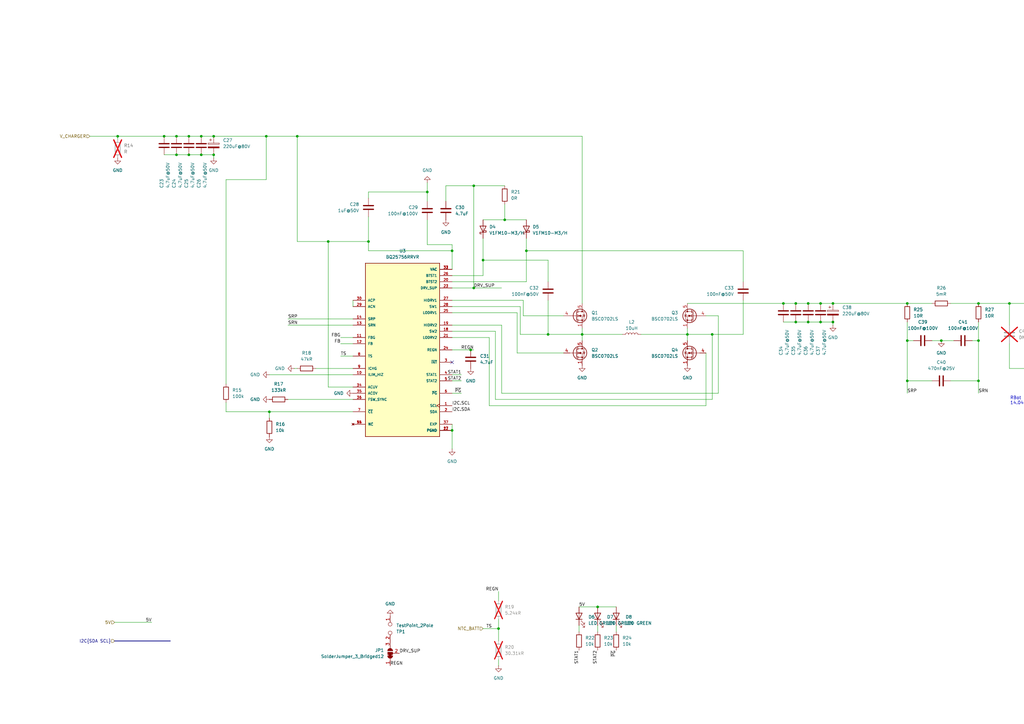
<source format=kicad_sch>
(kicad_sch (version 20231120) (generator "eeschema") (generator_version "8.0")
  (paper "A3")
  (lib_symbols
    (symbol "Connector:TestPoint_2Pole" (pin_names (offset 0.762) hide)
      (property "Reference" "TP" (at 0 1.524 0))
      (property "Value" "TestPoint_2Pole" (at 0 -1.778 0))
      (symbol "TestPoint_2Pole_0_1"
        (circle (center -1.778 0) (radius 0.762))
        (circle (center 1.778 0) (radius 0.762))
        (pin passive line (at -5.08 0 0) (length 2.54) (name "1") (number "1"))
        (pin passive line (at 5.08 0 180) (length 2.54) (name "2") (number "2"))
      )
    )
    (symbol "Device:C" (pin_numbers hide) (pin_names (offset 0.254))
      (property "Reference" "C" (at 0.635 2.54 0))
      (property "Value" "C" (at 0.635 -2.54 0))
      (symbol "C_0_1"
        (polyline (pts (xy -2.032 -0.762) (xy 2.032 -0.762)) (stroke (width 0.508)))
        (polyline (pts (xy -2.032 0.762) (xy 2.032 0.762)) (stroke (width 0.508)))
      )
      (symbol "C_1_1"
        (pin passive line (at 0 3.81 270) (length 2.794) (name "~") (number "1"))
        (pin passive line (at 0 -3.81 90) (length 2.794) (name "~") (number "2"))
      )
    )
    (symbol "Device:C_Polarized" (pin_numbers hide) (pin_names (offset 0.254))
      (property "Reference" "C" (at 0.635 2.54 0))
      (property "Value" "C_Polarized" (at 0.635 -2.54 0))
      (symbol "C_Polarized_0_1"
        (rectangle (start -2.286 0.508) (end 2.286 1.016))
        (polyline (pts (xy -1.778 2.286) (xy -0.762 2.286)))
        (polyline (pts (xy -1.27 2.794) (xy -1.27 1.778)))
        (rectangle (start 2.286 -0.508) (end -2.286 -1.016) (fill (type outline)))
      )
      (symbol "C_Polarized_1_1"
        (pin passive line (at 0 3.81 270) (length 2.794) (name "~") (number "1"))
        (pin passive line (at 0 -3.81 90) (length 2.794) (name "~") (number "2"))
      )
    )
    (symbol "Device:D_Schottky" (pin_numbers hide) (pin_names (offset 1.016) hide)
      (property "Reference" "D" (at 0 2.54 0))
      (property "Value" "D_Schottky" (at 0 -2.54 0))
      (symbol "D_Schottky_0_1"
        (polyline (pts (xy 1.27 0) (xy -1.27 0)))
        (polyline (pts (xy 1.27 1.27) (xy 1.27 -1.27) (xy -1.27 0) (xy 1.27 1.27)) (stroke (width 0.254)))
        (polyline (pts (xy -1.905 0.635) (xy -1.905 1.27) (xy -1.27 1.27) (xy -1.27 -1.27) (xy -0.635 -1.27) (xy -0.635 -0.635)) (stroke (width 0.254)))
      )
      (symbol "D_Schottky_1_1"
        (pin passive line (at -3.81 0 0) (length 2.54) (name "K") (number "1"))
        (pin passive line (at 3.81 0 180) (length 2.54) (name "A") (number "2"))
      )
    )
    (symbol "Device:L" (pin_numbers hide) (pin_names (offset 1.016) hide)
      (property "Reference" "L" (at -1.27 0 90))
      (property "Value" "L" (at 1.905 0 90))
      (symbol "L_0_1"
        (arc (start 0 -2.54) (mid 0.6323 -1.905) (end 0 -1.27))
        (arc (start 0 -1.27) (mid 0.6323 -0.635) (end 0 0))
        (arc (start 0 0) (mid 0.6323 0.635) (end 0 1.27))
        (arc (start 0 1.27) (mid 0.6323 1.905) (end 0 2.54))
      )
      (symbol "L_1_1"
        (pin passive line (at 0 3.81 270) (length 1.27) (name "1") (number "1"))
        (pin passive line (at 0 -3.81 90) (length 1.27) (name "2") (number "2"))
      )
    )
    (symbol "Device:LED" (pin_numbers hide) (pin_names (offset 1.016) hide)
      (property "Reference" "D" (at 0 2.54 0))
      (property "Value" "LED" (at 0 -2.54 0))
      (symbol "LED_0_1"
        (polyline (pts (xy -1.27 -1.27) (xy -1.27 1.27)) (stroke (width 0.254)))
        (polyline (pts (xy -1.27 0) (xy 1.27 0)))
        (polyline (pts (xy 1.27 -1.27) (xy 1.27 1.27) (xy -1.27 0) (xy 1.27 -1.27)) (stroke (width 0.254)))
        (polyline (pts (xy -3.048 -0.762) (xy -4.572 -2.286) (xy -3.81 -2.286) (xy -4.572 -2.286) (xy -4.572 -1.524)))
        (polyline (pts (xy -1.778 -0.762) (xy -3.302 -2.286) (xy -2.54 -2.286) (xy -3.302 -2.286) (xy -3.302 -1.524)))
      )
      (symbol "LED_1_1"
        (pin passive line (at -3.81 0 0) (length 2.54) (name "K") (number "1"))
        (pin passive line (at 3.81 0 180) (length 2.54) (name "A") (number "2"))
      )
    )
    (symbol "Device:R" (pin_numbers hide) (pin_names (offset 0))
      (property "Reference" "R" (at 2.032 0 90))
      (property "Value" "R" (at 0 0 90))
      (symbol "R_0_1"
        (rectangle (start -1.016 -2.54) (end 1.016 2.54) (stroke (width 0.254)))
      )
      (symbol "R_1_1"
        (pin passive line (at 0 3.81 270) (length 1.27) (name "~") (number "1"))
        (pin passive line (at 0 -3.81 90) (length 1.27) (name "~") (number "2"))
      )
    )
    (symbol "Jumper:SolderJumper_3_Bridged12" (pin_names (offset 0) hide) (exclude_from_sim yes) (in_bom no)
      (property "Reference" "JP" (at -2.54 -2.54 0))
      (property "Value" "SolderJumper_3_Bridged12" (at 0 2.794 0))
      (symbol "SolderJumper_3_Bridged12_0_1"
        (rectangle (start -1.016 0.508) (end -0.508 -0.508) (fill (type outline)))
        (arc (start -1.016 1.016) (mid -2.0276 0) (end -1.016 -1.016))
        (arc (start -1.016 1.016) (mid -2.0276 0) (end -1.016 -1.016) (fill (type outline)))
        (rectangle (start -0.508 1.016) (end 0.508 -1.016) (fill (type outline)))
        (polyline (pts (xy -2.54 0) (xy -2.032 0)))
        (polyline (pts (xy -1.016 1.016) (xy -1.016 -1.016)))
        (polyline (pts (xy 0 -1.27) (xy 0 -1.016)))
        (polyline (pts (xy 1.016 1.016) (xy 1.016 -1.016)))
        (polyline (pts (xy 2.54 0) (xy 2.032 0)))
        (arc (start 1.016 -1.016) (mid 2.0276 0) (end 1.016 1.016))
        (arc (start 1.016 -1.016) (mid 2.0276 0) (end 1.016 1.016) (fill (type outline)))
      )
      (symbol "SolderJumper_3_Bridged12_1_1"
        (pin passive line (at -5.08 0 0) (length 2.54) (name "A") (number "1"))
        (pin passive line (at 0 -3.81 90) (length 2.54) (name "C") (number "2"))
        (pin passive line (at 5.08 0 180) (length 2.54) (name "B") (number "3"))
      )
    )
    (symbol "Transistor_FET:BSC070N10NS3G" (pin_names hide)
      (property "Reference" "Q" (at 5.08 1.905 0))
      (property "Value" "BSC070N10NS3G" (at 5.08 0 0))
      (symbol "BSC070N10NS3G_0_1"
        (polyline (pts (xy 0.254 0) (xy -2.54 0)))
        (polyline (pts (xy 0.254 1.905) (xy 0.254 -1.905)) (stroke (width 0.254)))
        (polyline (pts (xy 0.762 -1.27) (xy 0.762 -2.286)) (stroke (width 0.254)))
        (polyline (pts (xy 0.762 0.508) (xy 0.762 -0.508)) (stroke (width 0.254)))
        (polyline (pts (xy 0.762 2.286) (xy 0.762 1.27)) (stroke (width 0.254)))
        (polyline (pts (xy 2.54 2.54) (xy 2.54 1.778)))
        (polyline (pts (xy 2.54 -2.54) (xy 2.54 0) (xy 0.762 0)))
        (polyline (pts (xy 0.762 -1.778) (xy 3.302 -1.778) (xy 3.302 1.778) (xy 0.762 1.778)))
        (polyline (pts (xy 1.016 0) (xy 2.032 0.381) (xy 2.032 -0.381) (xy 1.016 0)) (fill (type outline)))
        (polyline (pts (xy 2.794 0.508) (xy 2.921 0.381) (xy 3.683 0.381) (xy 3.81 0.254)))
        (polyline (pts (xy 3.302 0.381) (xy 2.921 -0.254) (xy 3.683 -0.254) (xy 3.302 0.381)))
        (circle (center 1.651 0) (radius 2.794) (stroke (width 0.254)))
        (circle (center 2.54 -1.778) (radius 0.254) (fill (type outline)))
        (circle (center 2.54 1.778) (radius 0.254) (fill (type outline)))
      )
      (symbol "BSC070N10NS3G_1_1"
        (pin passive line (at 2.54 -5.08 90) (length 2.54) (name "S") (number "1"))
        (pin passive line (at 2.54 -5.08 90) (length 2.54) hide (name "S") (number "2"))
        (pin passive line (at 2.54 -5.08 90) (length 2.54) hide (name "S") (number "3"))
        (pin passive line (at -5.08 0 0) (length 2.54) (name "G") (number "4"))
        (pin passive line (at 2.54 5.08 270) (length 2.54) (name "D") (number "5"))
      )
    )
    (symbol "local_CHARGER:BQ25756RRVR" (pin_names (offset 1.016))
      (property "Reference" "U" (at -15.24 36.322 0))
      (property "Value" "BQ25756RRVR" (at -15.24 -38.1 0))
      (symbol "BQ25756RRVR_0_0"
        (rectangle (start -15.24 -35.56) (end 15.24 35.56) (stroke (width 0.254)) (fill (type background)))
        (pin input clock (at 20.32 -22.86 180) (length 5.08) (name "SCL") (number "1"))
        (pin input line (at -20.32 -10.16 0) (length 5.08) (name "ILIM_HIZ") (number "10"))
        (pin input line (at -20.32 5.08 0) (length 5.08) (name "FBG") (number "11"))
        (pin input line (at -20.32 2.54 0) (length 5.08) (name "FB") (number "12"))
        (pin input line (at -20.32 10.16 0) (length 5.08) (name "SRN") (number "13"))
        (pin input line (at -20.32 12.7 0) (length 5.08) (name "SRP") (number "14"))
        (pin no_connect line (at -20.32 -30.48 0) (length 5.08) (name "NC") (number "15"))
        (pin no_connect line (at -20.32 -30.48 0) (length 5.08) (name "NC") (number "16"))
        (pin power_in line (at 20.32 -33.02 180) (length 5.08) (name "PGND") (number "17"))
        (pin output line (at 20.32 7.62 180) (length 5.08) (name "SW2") (number "18"))
        (pin output line (at 20.32 10.16 180) (length 5.08) (name "HIDRV2") (number "19"))
        (pin bidirectional line (at 20.32 -25.4 180) (length 5.08) (name "SDA") (number "2"))
        (pin power_in line (at 20.32 27.94 180) (length 5.08) (name "BTST2") (number "20"))
        (pin output line (at 20.32 5.08 180) (length 5.08) (name "LODRV2") (number "21"))
        (pin power_in line (at 20.32 -33.02 180) (length 5.08) (name "PGND") (number "22"))
        (pin power_in line (at 20.32 25.4 180) (length 5.08) (name "DRV_SUP") (number "23"))
        (pin output line (at 20.32 0 180) (length 5.08) (name "REGN") (number "24"))
        (pin output line (at 20.32 15.24 180) (length 5.08) (name "LODRV1") (number "25"))
        (pin power_in line (at 20.32 30.48 180) (length 5.08) (name "BTST1") (number "26"))
        (pin output line (at 20.32 20.32 180) (length 5.08) (name "HIDRV1") (number "27"))
        (pin output line (at 20.32 17.78 180) (length 5.08) (name "SW1") (number "28"))
        (pin input line (at -20.32 17.78 0) (length 5.08) (name "ACN") (number "29"))
        (pin output line (at 20.32 -5.08 180) (length 5.08) (name "~{INT}") (number "3"))
        (pin input line (at -20.32 20.32 0) (length 5.08) (name "ACP") (number "30"))
        (pin no_connect line (at -20.32 -30.48 0) (length 5.08) (name "NC") (number "31"))
        (pin power_in line (at 20.32 33.02 180) (length 5.08) (name "VAC") (number "32"))
        (pin power_in line (at 20.32 33.02 180) (length 5.08) (name "VAC") (number "33"))
        (pin input line (at -20.32 -15.24 0) (length 5.08) (name "ACUV") (number "34"))
        (pin input line (at -20.32 -17.78 0) (length 5.08) (name "ACOV") (number "35"))
        (pin input line (at -20.32 -20.32 0) (length 5.08) (name "FSW_SYNC") (number "36"))
        (pin power_in line (at 20.32 -30.48 180) (length 5.08) (name "EXP") (number "37"))
        (pin output line (at 20.32 -10.16 180) (length 5.08) (name "STAT1") (number "4"))
        (pin output line (at 20.32 -12.7 180) (length 5.08) (name "STAT2") (number "5"))
        (pin output line (at 20.32 -17.78 180) (length 5.08) (name "~{PG}") (number "6"))
        (pin bidirectional line (at -20.32 -25.4 0) (length 5.08) (name "~{CE}") (number "7"))
        (pin input line (at -20.32 -2.54 0) (length 5.08) (name "TS") (number "8"))
        (pin input line (at -20.32 -7.62 0) (length 5.08) (name "ICHG") (number "9"))
      )
    )
    (symbol "power:GND" (power) (pin_numbers hide) (pin_names (offset 0) hide)
      (property "Value" "GND" (at 0 -3.81 0))
      (symbol "GND_0_1"
        (polyline (pts (xy 0 0) (xy 0 -1.27) (xy 1.27 -1.27) (xy 0 -2.54) (xy -1.27 -1.27) (xy 0 -1.27)))
      )
      (symbol "GND_1_1"
        (pin power_in line (at 0 0 270) (length 0) (name "~") (number "1"))
      )
    )
  )
  (junction (at 336.55 132.08))
  (junction (at 445.77 124.46))
  (junction (at 326.39 124.46))
  (junction (at 82.55 63.5))
  (junction (at 450.85 124.46))
  (junction (at 372.11 124.46))
  (junction (at 207.01 90.17))
  (junction (at 326.39 132.08))
  (junction (at 215.9 102.87))
  (junction (at 193.04 143.51))
  (junction (at 204.47 257.81))
  (junction (at 121.92 55.88))
  (junction (at 194.31 118.11))
  (junction (at 48.26 55.88))
  (junction (at 386.08 139.7))
  (junction (at 440.69 124.46))
  (junction (at 109.22 55.88))
  (junction (at 72.39 55.88))
  (junction (at 450.85 132.08))
  (junction (at 151.13 99.06))
  (junction (at 110.49 168.91))
  (junction (at 331.47 124.46))
  (junction (at 336.55 124.46))
  (junction (at 87.63 63.5))
  (junction (at 185.42 102.87))
  (junction (at 77.47 63.5))
  (junction (at 245.11 248.92))
  (junction (at 175.26 78.74))
  (junction (at 185.42 176.53))
  (junction (at 455.93 124.46))
  (junction (at 422.91 124.46))
  (junction (at 401.32 139.7))
  (junction (at 87.63 55.88))
  (junction (at 198.12 106.68))
  (junction (at 331.47 132.08))
  (junction (at 77.47 55.88))
  (junction (at 461.01 132.08))
  (junction (at 224.79 137.16))
  (junction (at 445.77 132.08))
  (junction (at 466.09 124.46))
  (junction (at 292.1 137.16))
  (junction (at 401.32 156.21))
  (junction (at 238.76 137.16))
  (junction (at 422.91 151.13))
  (junction (at 401.32 124.46))
  (junction (at 281.94 137.16))
  (junction (at 341.63 132.08))
  (junction (at 414.02 124.46))
  (junction (at 194.31 76.2))
  (junction (at 82.55 55.88))
  (junction (at 134.62 99.06))
  (junction (at 372.11 156.21))
  (junction (at 321.31 124.46))
  (junction (at 422.91 138.43))
  (junction (at 341.63 124.46))
  (junction (at 67.31 55.88))
  (junction (at 372.11 139.7))
  (junction (at 72.39 63.5))
  (junction (at 455.93 132.08))
  (no_connect (at 185.42 148.59))
  (wire (pts (xy 321.31 124.46) (xy 326.39 124.46)))
  (wire (pts (xy 401.32 139.7) (xy 401.32 132.08)))
  (wire (pts (xy 48.26 55.88) (xy 48.26 57.15)))
  (wire (pts (xy 294.64 161.29) (xy 294.64 129.54)))
  (wire (pts (xy 185.42 161.29) (xy 189.23 161.29)))
  (wire (pts (xy 433.07 140.97) (xy 433.07 138.43)))
  (wire (pts (xy 48.26 55.88) (xy 67.31 55.88)))
  (wire (pts (xy 198.12 90.17) (xy 207.01 90.17)))
  (wire (pts (xy 292.1 163.83) (xy 292.1 137.16)))
  (wire (pts (xy 445.77 132.08) (xy 450.85 132.08)))
  (wire (pts (xy 389.89 156.21) (xy 401.32 156.21)))
  (wire (pts (xy 120.65 151.13) (xy 121.92 151.13)))
  (wire (pts (xy 289.56 144.78) (xy 289.56 166.37)))
  (wire (pts (xy 331.47 124.46) (xy 336.55 124.46)))
  (wire (pts (xy 200.66 138.43) (xy 185.42 138.43)))
  (wire (pts (xy 204.47 257.81) (xy 204.47 262.89)))
  (wire (pts (xy 292.1 137.16) (xy 281.94 137.16)))
  (wire (pts (xy 92.71 168.91) (xy 110.49 168.91)))
  (wire (pts (xy 414.02 124.46) (xy 414.02 133.35)))
  (wire (pts (xy 139.7 146.05) (xy 144.78 146.05)))
  (wire (pts (xy 92.71 73.66) (xy 109.22 73.66)))
  (wire (pts (xy 36.83 55.88) (xy 48.26 55.88)))
  (wire (pts (xy 461.01 132.08) (xy 466.09 132.08)))
  (wire (pts (xy 110.49 153.67) (xy 144.78 153.67)))
  (wire (pts (xy 433.07 151.13) (xy 422.91 151.13)))
  (wire (pts (xy 134.62 99.06) (xy 151.13 99.06)))
  (wire (pts (xy 185.42 123.19) (xy 214.63 123.19)))
  (bus (pts (xy 46.99 262.89) (xy 69.85 262.89)))
  (wire (pts (xy 151.13 78.74) (xy 175.26 78.74)))
  (wire (pts (xy 304.8 115.57) (xy 304.8 102.87)))
  (wire (pts (xy 238.76 137.16) (xy 238.76 139.7)))
  (wire (pts (xy 121.92 99.06) (xy 134.62 99.06)))
  (wire (pts (xy 237.49 256.54) (xy 237.49 259.08)))
  (wire (pts (xy 382.27 156.21) (xy 372.11 156.21)))
  (wire (pts (xy 224.79 106.68) (xy 198.12 106.68)))
  (wire (pts (xy 433.07 148.59) (xy 433.07 151.13)))
  (wire (pts (xy 212.09 128.27) (xy 212.09 144.78)))
  (wire (pts (xy 262.89 137.16) (xy 281.94 137.16)))
  (wire (pts (xy 204.47 242.57) (xy 204.47 246.38)))
  (wire (pts (xy 422.91 148.59) (xy 422.91 151.13)))
  (wire (pts (xy 224.79 137.16) (xy 238.76 137.16)))
  (wire (pts (xy 372.11 156.21) (xy 372.11 139.7)))
  (wire (pts (xy 185.42 125.73) (xy 213.36 125.73)))
  (wire (pts (xy 185.42 156.21) (xy 189.23 156.21)))
  (wire (pts (xy 212.09 144.78) (xy 231.14 144.78)))
  (wire (pts (xy 304.8 102.87) (xy 215.9 102.87)))
  (wire (pts (xy 118.11 133.35) (xy 144.78 133.35)))
  (wire (pts (xy 185.42 153.67) (xy 189.23 153.67)))
  (wire (pts (xy 422.91 138.43) (xy 422.91 140.97)))
  (wire (pts (xy 92.71 165.1) (xy 92.71 168.91)))
  (wire (pts (xy 198.12 257.81) (xy 204.47 257.81)))
  (wire (pts (xy 110.49 168.91) (xy 144.78 168.91)))
  (wire (pts (xy 389.89 124.46) (xy 401.32 124.46)))
  (wire (pts (xy 440.69 132.08) (xy 445.77 132.08)))
  (wire (pts (xy 151.13 102.87) (xy 185.42 102.87)))
  (wire (pts (xy 77.47 63.5) (xy 82.55 63.5)))
  (wire (pts (xy 213.36 125.73) (xy 213.36 137.16)))
  (wire (pts (xy 185.42 110.49) (xy 185.42 102.87)))
  (wire (pts (xy 204.47 273.05) (xy 204.47 270.51)))
  (wire (pts (xy 213.36 137.16) (xy 224.79 137.16)))
  (wire (pts (xy 62.23 255.27) (xy 46.99 255.27)))
  (wire (pts (xy 182.88 76.2) (xy 194.31 76.2)))
  (wire (pts (xy 245.11 256.54) (xy 245.11 259.08)))
  (wire (pts (xy 144.78 158.75) (xy 134.62 158.75)))
  (wire (pts (xy 455.93 124.46) (xy 466.09 124.46)))
  (wire (pts (xy 151.13 88.9) (xy 151.13 99.06)))
  (wire (pts (xy 194.31 118.11) (xy 205.74 118.11)))
  (wire (pts (xy 185.42 135.89) (xy 203.2 135.89)))
  (wire (pts (xy 281.94 124.46) (xy 321.31 124.46)))
  (wire (pts (xy 175.26 78.74) (xy 175.26 82.55)))
  (wire (pts (xy 185.42 176.53) (xy 185.42 184.15)))
  (wire (pts (xy 207.01 83.82) (xy 207.01 90.17)))
  (wire (pts (xy 198.12 113.03) (xy 185.42 113.03)))
  (wire (pts (xy 185.42 102.87) (xy 185.42 100.33)))
  (wire (pts (xy 336.55 132.08) (xy 341.63 132.08)))
  (wire (pts (xy 182.88 82.55) (xy 182.88 76.2)))
  (wire (pts (xy 121.92 55.88) (xy 121.92 99.06)))
  (wire (pts (xy 87.63 55.88) (xy 109.22 55.88)))
  (wire (pts (xy 237.49 248.92) (xy 245.11 248.92)))
  (wire (pts (xy 109.22 73.66) (xy 109.22 55.88)))
  (wire (pts (xy 144.78 123.19) (xy 144.78 125.73)))
  (wire (pts (xy 194.31 118.11) (xy 194.31 76.2)))
  (wire (pts (xy 198.12 106.68) (xy 198.12 113.03)))
  (wire (pts (xy 72.39 55.88) (xy 77.47 55.88)))
  (wire (pts (xy 289.56 166.37) (xy 200.66 166.37)))
  (wire (pts (xy 198.12 97.79) (xy 198.12 106.68)))
  (wire (pts (xy 92.71 157.48) (xy 92.71 73.66)))
  (wire (pts (xy 331.47 132.08) (xy 336.55 132.08)))
  (wire (pts (xy 139.7 138.43) (xy 144.78 138.43)))
  (wire (pts (xy 326.39 132.08) (xy 331.47 132.08)))
  (wire (pts (xy 372.11 124.46) (xy 382.27 124.46)))
  (wire (pts (xy 77.47 55.88) (xy 82.55 55.88)))
  (wire (pts (xy 433.07 138.43) (xy 422.91 138.43)))
  (wire (pts (xy 336.55 124.46) (xy 341.63 124.46)))
  (wire (pts (xy 401.32 124.46) (xy 414.02 124.46)))
  (wire (pts (xy 414.02 124.46) (xy 422.91 124.46)))
  (wire (pts (xy 67.31 55.88) (xy 72.39 55.88)))
  (wire (pts (xy 252.73 256.54) (xy 252.73 259.08)))
  (wire (pts (xy 401.32 156.21) (xy 401.32 161.29)))
  (wire (pts (xy 450.85 132.08) (xy 455.93 132.08)))
  (wire (pts (xy 281.94 134.62) (xy 281.94 137.16)))
  (wire (pts (xy 214.63 129.54) (xy 231.14 129.54)))
  (wire (pts (xy 341.63 132.08) (xy 341.63 133.35)))
  (wire (pts (xy 175.26 100.33) (xy 175.26 90.17)))
  (wire (pts (xy 134.62 158.75) (xy 134.62 99.06)))
  (wire (pts (xy 281.94 137.16) (xy 281.94 139.7)))
  (wire (pts (xy 185.42 100.33) (xy 175.26 100.33)))
  (wire (pts (xy 398.78 139.7) (xy 401.32 139.7)))
  (wire (pts (xy 414.02 151.13) (xy 422.91 151.13)))
  (wire (pts (xy 193.04 143.51) (xy 194.31 143.51)))
  (wire (pts (xy 466.09 124.46) (xy 478.79 124.46)))
  (wire (pts (xy 224.79 123.19) (xy 224.79 137.16)))
  (wire (pts (xy 215.9 102.87) (xy 215.9 97.79)))
  (wire (pts (xy 67.31 63.5) (xy 72.39 63.5)))
  (wire (pts (xy 238.76 124.46) (xy 238.76 55.88)))
  (wire (pts (xy 414.02 140.97) (xy 414.02 151.13)))
  (wire (pts (xy 445.77 124.46) (xy 450.85 124.46)))
  (wire (pts (xy 185.42 173.99) (xy 185.42 176.53)))
  (wire (pts (xy 185.42 133.35) (xy 205.74 133.35)))
  (wire (pts (xy 224.79 115.57) (xy 224.79 106.68)))
  (wire (pts (xy 205.74 133.35) (xy 205.74 161.29)))
  (wire (pts (xy 326.39 124.46) (xy 331.47 124.46)))
  (wire (pts (xy 185.42 115.57) (xy 215.9 115.57)))
  (wire (pts (xy 245.11 248.92) (xy 252.73 248.92)))
  (wire (pts (xy 82.55 63.5) (xy 87.63 63.5)))
  (wire (pts (xy 304.8 137.16) (xy 292.1 137.16)))
  (wire (pts (xy 109.22 55.88) (xy 121.92 55.88)))
  (wire (pts (xy 151.13 99.06) (xy 151.13 102.87)))
  (wire (pts (xy 238.76 137.16) (xy 255.27 137.16)))
  (wire (pts (xy 422.91 132.08) (xy 422.91 138.43)))
  (wire (pts (xy 238.76 134.62) (xy 238.76 137.16)))
  (wire (pts (xy 214.63 123.19) (xy 214.63 129.54)))
  (wire (pts (xy 455.93 132.08) (xy 461.01 132.08)))
  (wire (pts (xy 185.42 118.11) (xy 194.31 118.11)))
  (wire (pts (xy 450.85 124.46) (xy 455.93 124.46)))
  (wire (pts (xy 82.55 55.88) (xy 87.63 55.88)))
  (wire (pts (xy 121.92 55.88) (xy 238.76 55.88)))
  (wire (pts (xy 175.26 74.93) (xy 175.26 78.74)))
  (wire (pts (xy 321.31 132.08) (xy 326.39 132.08)))
  (wire (pts (xy 118.11 163.83) (xy 144.78 163.83)))
  (wire (pts (xy 215.9 115.57) (xy 215.9 102.87)))
  (wire (pts (xy 185.42 128.27) (xy 212.09 128.27)))
  (wire (pts (xy 204.47 254) (xy 204.47 257.81)))
  (wire (pts (xy 203.2 135.89) (xy 203.2 163.83)))
  (wire (pts (xy 207.01 90.17) (xy 215.9 90.17)))
  (wire (pts (xy 203.2 163.83) (xy 292.1 163.83)))
  (wire (pts (xy 205.74 161.29) (xy 294.64 161.29)))
  (wire (pts (xy 110.49 168.91) (xy 110.49 171.45)))
  (wire (pts (xy 422.91 124.46) (xy 440.69 124.46)))
  (wire (pts (xy 129.54 151.13) (xy 144.78 151.13)))
  (wire (pts (xy 386.08 139.7) (xy 382.27 139.7)))
  (wire (pts (xy 118.11 130.81) (xy 144.78 130.81)))
  (wire (pts (xy 139.7 140.97) (xy 144.78 140.97)))
  (wire (pts (xy 185.42 143.51) (xy 193.04 143.51)))
  (wire (pts (xy 401.32 156.21) (xy 401.32 139.7)))
  (wire (pts (xy 422.91 151.13) (xy 422.91 156.21)))
  (wire (pts (xy 294.64 129.54) (xy 289.56 129.54)))
  (wire (pts (xy 461.01 132.08) (xy 461.01 133.35)))
  (wire (pts (xy 194.31 76.2) (xy 207.01 76.2)))
  (wire (pts (xy 72.39 63.5) (xy 77.47 63.5)))
  (wire (pts (xy 200.66 166.37) (xy 200.66 138.43)))
  (wire (pts (xy 341.63 124.46) (xy 372.11 124.46)))
  (wire (pts (xy 374.65 139.7) (xy 372.11 139.7)))
  (wire (pts (xy 304.8 123.19) (xy 304.8 137.16)))
  (wire (pts (xy 151.13 81.28) (xy 151.13 78.74)))
  (wire (pts (xy 391.16 139.7) (xy 386.08 139.7)))
  (wire (pts (xy 440.69 124.46) (xy 445.77 124.46)))
  (wire (pts (xy 372.11 156.21) (xy 372.11 161.29)))
  (wire (pts (xy 87.63 63.5) (xy 87.63 64.77)))
  (wire (pts (xy 372.11 139.7) (xy 372.11 132.08)))
  (text "RBot = 14.04 kOhms gives 4.12V cell end voltage.\n14.04 = 220k and 15k in parallel" (at 414.274 164.338 0) (effects (font (size 1.27 1.27)) (justify left)))
  (label "TS" (at 139.7 146.05 0))
  (label "REGN" (at 160.02 273.05 0))
  (label "SRP" (at 118.11 130.81 0))
  (label "STAT1" (at 189.23 153.67 180))
  (label "5V" (at 62.23 255.27 180))
  (label "REGN" (at 194.31 143.51 180))
  (label "FB" (at 139.7 140.97 180))
  (label "SRP" (at 372.11 161.29 0))
  (label "DRV_SUP" (at 194.31 118.11 0))
  (label "TS" (at 199.39 257.81 0))
  (label "5V" (at 237.49 248.92 0))
  (label "I2C.SDA" (at 185.42 168.91 0))
  (label "SRN" (at 118.11 133.35 0))
  (label "STAT2" (at 189.23 156.21 180))
  (label "~{PG}" (at 252.73 266.7 270))
  (label "STAT2" (at 245.11 266.7 270))
  (label "~{PG}" (at 189.23 161.29 180))
  (label "FB" (at 422.91 135.89 0))
  (label "STAT1" (at 237.49 266.7 270))
  (label "I2C.SCL" (at 185.42 166.37 0))
  (label "DRV_SUP" (at 163.83 267.97 0))
  (label "FBG" (at 422.91 156.21 0))
  (label "REGN" (at 204.47 242.57 180))
  (label "FBG" (at 139.7 138.43 180))
  (label "SRN" (at 401.32 161.29 0))
  (hierarchical_label "5V" (shape input) (at 46.99 255.27 180))
  (hierarchical_label "V_BATT_CHARGE" (shape output) (at 478.79 124.46 0))
  (hierarchical_label "NTC_BATT" (shape input) (at 198.12 257.81 180))
  (hierarchical_label "I2C{SDA SCL}" (shape input) (at 46.99 262.89 180))
  (hierarchical_label "V_CHARGER" (shape input) (at 36.83 55.88 180))
  (symbol (lib_id "local_CHARGER:BQ25756RRVR") (at 165.1 143.51 0) (unit 1)
    (property "Reference" "U3" (at 165.1 102.87 0))
    (property "Value" "BQ25756RRVR" (at 165.1 105.41 0))
    (property "Footprint" "local_CHARGER:BQ25756RRVR" (effects (hide yes)))
    (property "Datasheet" "https://www.ti.com/lit/ds/symlink/bq25756.pdf" (effects (hide yes)))
    (property "MF" "Texas Instruments" (effects (hide yes)))
    (property "MAXIMUM_PACKAGE_HEIGHT" "1.00mm" (effects (hide yes)))
    (property "Package" "VFQFN-36 Texas Instruments" (effects (hide yes)))
    (property "Price" "None" (effects (hide yes)))
    (property "Check_prices" "https://www.snapeda.com/parts/BQ25756RRVR/Texas+Instruments/view-part/?ref=eda" (effects (hide yes)))
    (property "STANDARD" "Manufacturer Recommendations" (effects (hide yes)))
    (property "PARTREV" "August 2023" (effects (hide yes)))
    (property "SnapEDA_Link" "https://www.snapeda.com/parts/BQ25756RRVR/Texas+Instruments/view-part/?ref=snap" (effects (hide yes)))
    (property "MP" "BQ25756RRVR" (effects (hide yes)))
    (property "Purchase-URL" "https://www.snapeda.com/api/url_track_click_mouser/?unipart_id=14913022&manufacturer=Texas Instruments&part_name=BQ25756RRVR&search_term=bq25756rrvr" (effects (hide yes)))
    (property "Description_1" "\nStand-alone or I&sup2;C-controlled 70-V bidirectional buck-boost charge controller with MPPT\n" (effects (hide yes)))
    (property "Availability" "In Stock" (effects (hide yes)))
    (property "MANUFACTURER" "Texas Instruments" (effects (hide yes)))
    (property "JLC" "C19272232" (effects (hide yes)))
  )
  (symbol (lib_id "Device:C") (at 378.46 139.7 270) (mirror x) (unit 1)
    (property "Reference" "C39" (at 378.46 132.08 90))
    (property "Value" "100nF@100V" (at 378.46 134.62 90))
    (property "Footprint" "Capacitor_SMD:C_0805_2012Metric" (effects (hide yes)))
    (property "Description" "Unpolarized capacitor" (effects (hide yes)))
    (property "JLC" "C28233" (effects (hide yes)))
  )
  (symbol (lib_id "Device:C") (at 386.08 156.21 90) (unit 1)
    (property "Reference" "C40" (at 386.08 148.59 90))
    (property "Value" "470nF@25V" (at 386.08 151.13 90))
    (property "Footprint" "Capacitor_SMD:C_0603_1608Metric" (effects (hide yes)))
    (property "Description" "Unpolarized capacitor" (effects (hide yes)))
    (property "JLC" "C1623" (effects (hide yes)))
  )
  (symbol (lib_id "Device:C") (at 445.77 128.27 0) (unit 1)
    (property "Reference" "C44" (at 444.754 145.796 90) (effects (justify left)))
    (property "Value" "4.7uF@50V" (at 447.294 145.796 90) (effects (justify left)))
    (property "Footprint" "Capacitor_SMD:C_1206_3216Metric" (effects (hide yes)))
    (property "Description" "Unpolarized capacitor" (effects (hide yes)))
    (property "JLC" "C29823" (effects (hide yes)))
  )
  (symbol (lib_id "Device:C") (at 394.97 139.7 270) (mirror x) (unit 1)
    (property "Reference" "C41" (at 394.97 132.08 90))
    (property "Value" "100nF@100V" (at 394.97 134.62 90))
    (property "Footprint" "Capacitor_SMD:C_0805_2012Metric" (effects (hide yes)))
    (property "Description" "Unpolarized capacitor" (effects (hide yes)))
    (property "JLC" "C28233" (effects (hide yes)))
  )
  (symbol (lib_id "Device:LED") (at 245.11 252.73 90) (unit 1)
    (property "Reference" "D7" (at 248.92 253.0474 90) (effects (justify right)))
    (property "Value" "LED GREEN" (at 248.92 255.5874 90) (effects (justify right)))
    (property "Footprint" "LED_SMD:LED_0805_2012Metric" (effects (hide yes)))
    (property "Description" "Light emitting diode" (effects (hide yes)))
    (property "JLC" "C2297" (effects (hide yes)))
  )
  (symbol (lib_id "Device:LED") (at 252.73 252.73 90) (unit 1)
    (property "Reference" "D8" (at 256.54 253.0474 90) (effects (justify right)))
    (property "Value" "LED GREEN" (at 256.54 255.5874 90) (effects (justify right)))
    (property "Footprint" "LED_SMD:LED_0805_2012Metric" (effects (hide yes)))
    (property "Description" "Light emitting diode" (effects (hide yes)))
    (property "JLC" "C2297" (effects (hide yes)))
  )
  (symbol (lib_id "Device:C_Polarized") (at 341.63 128.27 0) (unit 1)
    (property "Reference" "C38" (at 345.44 126.1109 0) (effects (justify left)))
    (property "Value" "220uF@80V" (at 345.44 128.6509 0) (effects (justify left)))
    (property "Footprint" "Capacitor_THT:CP_Radial_D10.0mm_P5.00mm" (effects (hide yes)))
    (property "Description" "Polarized capacitor" (effects (hide yes)))
    (property "JLC" "C106516" (effects (hide yes)))
  )
  (symbol (lib_id "Device:R") (at 422.91 144.78 0) (unit 1)
    (property "Reference" "R29" (at 425.45 143.5099 0) (effects (justify left)))
    (property "Value" "220kR 0.1%" (at 425.45 146.0499 0) (effects (justify left)))
    (property "Footprint" "Resistor_SMD:R_0603_1608Metric" (effects (hide yes)))
    (property "Description" "Resistor" (effects (hide yes)))
    (property "JLC" "C861231" (effects (hide yes)))
  )
  (symbol (lib_id "power:GND") (at 110.49 163.83 270) (unit 1)
    (property "Reference" "#PWR033" (effects (hide yes)))
    (property "Value" "GND" (at 106.68 163.8299 90) (effects (justify right)))
    (property "Description" "Power symbol creates a global label with name \"GND\" , ground" (effects (hide yes)))
  )
  (symbol (lib_id "power:GND") (at 204.47 273.05 0) (unit 1)
    (property "Reference" "#PWR042" (effects (hide yes)))
    (property "Value" "GND" (at 204.47 278.13 0))
    (property "Description" "Power symbol creates a global label with name \"GND\" , ground" (effects (hide yes)))
  )
  (symbol (lib_id "Device:R") (at 252.73 262.89 0) (unit 1)
    (property "Reference" "R24" (at 255.27 261.6199 0) (effects (justify left)))
    (property "Value" "10k" (at 255.27 264.1599 0) (effects (justify left)))
    (property "Footprint" "Resistor_SMD:R_0402_1005Metric" (effects (hide yes)))
    (property "Description" "Resistor" (effects (hide yes)))
    (property "JLC" "C25744" (effects (hide yes)))
  )
  (symbol (lib_id "power:GND") (at 110.49 179.07 0) (unit 1)
    (property "Reference" "#PWR034" (effects (hide yes)))
    (property "Value" "GND" (at 110.49 184.15 0))
    (property "Description" "Power symbol creates a global label with name \"GND\" , ground" (effects (hide yes)))
  )
  (symbol (lib_id "Device:LED") (at 237.49 252.73 90) (unit 1)
    (property "Reference" "D6" (at 241.3 253.0474 90) (effects (justify right)))
    (property "Value" "LED GREEN" (at 241.3 255.5874 90) (effects (justify right)))
    (property "Footprint" "LED_SMD:LED_0805_2012Metric" (effects (hide yes)))
    (property "Description" "Light emitting diode" (effects (hide yes)))
    (property "JLC" "C2297" (effects (hide yes)))
  )
  (symbol (lib_id "power:GND") (at 182.88 90.17 0) (unit 1)
    (property "Reference" "#PWR039" (effects (hide yes)))
    (property "Value" "GND" (at 182.88 95.25 0))
    (property "Description" "Power symbol creates a global label with name \"GND\" , ground" (effects (hide yes)))
  )
  (symbol (lib_id "Device:R") (at 401.32 128.27 0) (unit 1)
    (property "Reference" "R27" (at 403.86 126.9999 0) (effects (justify left)))
    (property "Value" "10R" (at 403.86 129.5399 0) (effects (justify left)))
    (property "Footprint" "Resistor_SMD:R_0402_1005Metric" (effects (hide yes)))
    (property "Description" "Resistor" (effects (hide yes)))
    (property "JLC" "C25077" (effects (hide yes)))
  )
  (symbol (lib_id "Transistor_FET:BSC070N10NS3G") (at 236.22 144.78 0) (unit 1)
    (property "Reference" "Q2" (at 242.57 143.5099 0) (effects (justify left)))
    (property "Value" "BSC0702LS" (at 242.57 146.0499 0) (effects (justify left)))
    (property "Footprint" "Package_TO_SOT_SMD:TDSON-8-1" (effects (hide yes)))
    (property "JLC" "C501503" (effects (hide yes)))
  )
  (symbol (lib_id "power:GND") (at 120.65 151.13 270) (unit 1)
    (property "Reference" "#PWR035" (effects (hide yes)))
    (property "Value" "GND" (at 116.84 151.1299 90) (effects (justify right)))
    (property "Description" "Power symbol creates a global label with name \"GND\" , ground" (effects (hide yes)))
  )
  (symbol (lib_id "Device:C") (at 304.8 119.38 0) (mirror x) (unit 1)
    (property "Reference" "C33" (at 300.99 118.1099 0) (effects (justify right)))
    (property "Value" "100nF@50V" (at 300.99 120.6499 0) (effects (justify right)))
    (property "Footprint" "Capacitor_SMD:C_0402_1005Metric" (effects (hide yes)))
    (property "Description" "Unpolarized capacitor" (effects (hide yes)))
    (property "JLC" "C307331" (effects (hide yes)))
    (property "LCSC" "C307331" (effects (hide yes)))
  )
  (symbol (lib_id "power:GND") (at 48.26 64.77 0) (unit 1)
    (property "Reference" "#PWR030" (effects (hide yes)))
    (property "Value" "GND" (at 48.26 69.85 0))
    (property "Description" "Power symbol creates a global label with name \"GND\" , ground" (effects (hide yes)))
  )
  (symbol (lib_id "Device:R") (at 433.07 144.78 0) (unit 1)
    (property "Reference" "R30" (at 435.61 143.5099 0) (effects (justify left)))
    (property "Value" "15k 0.1%" (at 435.61 146.0499 0) (effects (justify left)))
    (property "Footprint" "Resistor_SMD:R_0603_1608Metric" (effects (hide yes)))
    (property "Description" "Resistor" (effects (hide yes)))
    (property "JLC" "C2692707" (effects (hide yes)))
  )
  (symbol (lib_id "Device:C") (at 336.55 128.27 0) (unit 1)
    (property "Reference" "C37" (at 335.534 145.796 90) (effects (justify left)))
    (property "Value" "4.7uF@50V" (at 338.074 145.796 90) (effects (justify left)))
    (property "Footprint" "Capacitor_SMD:C_1206_3216Metric" (effects (hide yes)))
    (property "Description" "Unpolarized capacitor" (effects (hide yes)))
    (property "JLC" "C29823" (effects (hide yes)))
  )
  (symbol (lib_id "Device:C") (at 77.47 59.69 0) (unit 1)
    (property "Reference" "C25" (at 76.454 77.216 90) (effects (justify left)))
    (property "Value" "4.7uF@50V" (at 78.994 77.216 90) (effects (justify left)))
    (property "Footprint" "Capacitor_SMD:C_1206_3216Metric" (effects (hide yes)))
    (property "Description" "Unpolarized capacitor" (effects (hide yes)))
    (property "JLC" "C29823" (effects (hide yes)))
  )
  (symbol (lib_id "Transistor_FET:BSC070N10NS3G") (at 284.48 129.54 0) (mirror y) (unit 1)
    (property "Reference" "Q3" (at 278.13 128.2699 0) (effects (justify left)))
    (property "Value" "BSC0702LS" (at 278.13 130.8099 0) (effects (justify left)))
    (property "Footprint" "Package_TO_SOT_SMD:TDSON-8-1" (effects (hide yes)))
    (property "JLC" "C501503" (effects (hide yes)))
  )
  (symbol (lib_id "power:GND") (at 144.78 161.29 270) (unit 1)
    (property "Reference" "#PWR036" (effects (hide yes)))
    (property "Value" "GND" (at 140.97 161.2899 90) (effects (justify right)))
    (property "Description" "Power symbol creates a global label with name \"GND\" , ground" (effects (hide yes)))
  )
  (symbol (lib_id "power:GND") (at 110.49 153.67 270) (unit 1)
    (property "Reference" "#PWR032" (effects (hide yes)))
    (property "Value" "GND" (at 106.68 153.6699 90) (effects (justify right)))
    (property "Description" "Power symbol creates a global label with name \"GND\" , ground" (effects (hide yes)))
  )
  (symbol (lib_id "Device:R") (at 422.91 128.27 0) (unit 1)
    (property "Reference" "R28" (at 425.45 126.9999 0) (effects (justify left)))
    (property "Value" "249kR 0.1%" (at 425.45 129.5399 0) (effects (justify left)))
    (property "Footprint" "Resistor_SMD:R_0603_1608Metric" (effects (hide yes)))
    (property "Description" "Resistor" (effects (hide yes)))
    (property "JLC" "C705752" (effects (hide yes)))
  )
  (symbol (lib_id "Device:R") (at 204.47 266.7 0) (unit 1) (dnp yes)
    (property "Reference" "R20" (at 207.01 265.4299 0) (effects (justify left)))
    (property "Value" "30.31kR" (at 207.01 267.9699 0) (effects (justify left)))
    (property "Footprint" "Resistor_SMD:R_0603_1608Metric" (effects (hide yes)))
    (property "Description" "Resistor" (effects (hide yes)))
  )
  (symbol (lib_id "Device:C") (at 175.26 86.36 0) (mirror x) (unit 1)
    (property "Reference" "C29" (at 171.45 85.0899 0) (effects (justify right)))
    (property "Value" "100nF@100V" (at 171.45 87.6299 0) (effects (justify right)))
    (property "Footprint" "Capacitor_SMD:C_0805_2012Metric" (effects (hide yes)))
    (property "Description" "Unpolarized capacitor" (effects (hide yes)))
    (property "JLC" "C28233" (effects (hide yes)))
  )
  (symbol (lib_id "power:GND") (at 386.08 139.7 0) (unit 1)
    (property "Reference" "#PWR046" (effects (hide yes)))
    (property "Value" "GND" (at 386.08 144.78 0))
    (property "Description" "Power symbol creates a global label with name \"GND\" , ground" (effects (hide yes)))
  )
  (symbol (lib_id "Device:C") (at 67.31 59.69 0) (unit 1)
    (property "Reference" "C23" (at 66.294 77.216 90) (effects (justify left)))
    (property "Value" "4.7uF@50V" (at 68.834 77.216 90) (effects (justify left)))
    (property "Footprint" "Capacitor_SMD:C_1206_3216Metric" (effects (hide yes)))
    (property "Description" "Unpolarized capacitor" (effects (hide yes)))
    (property "JLC" "C29823" (effects (hide yes)))
  )
  (symbol (lib_id "power:GND") (at 281.94 149.86 0) (unit 1)
    (property "Reference" "#PWR044" (effects (hide yes)))
    (property "Value" "GND" (at 281.94 154.94 0))
    (property "Description" "Power symbol creates a global label with name \"GND\" , ground" (effects (hide yes)))
  )
  (symbol (lib_id "Device:R") (at 237.49 262.89 0) (unit 1)
    (property "Reference" "R22" (at 240.03 261.6199 0) (effects (justify left)))
    (property "Value" "10k" (at 240.03 264.1599 0) (effects (justify left)))
    (property "Footprint" "Resistor_SMD:R_0402_1005Metric" (effects (hide yes)))
    (property "Description" "Resistor" (effects (hide yes)))
    (property "JLC" "C25744" (effects (hide yes)))
  )
  (symbol (lib_id "power:GND") (at 185.42 184.15 0) (unit 1)
    (property "Reference" "#PWR040" (effects (hide yes)))
    (property "Value" "GND" (at 185.42 189.23 0))
    (property "Description" "Power symbol creates a global label with name \"GND\" , ground" (effects (hide yes)))
  )
  (symbol (lib_id "power:GND") (at 87.63 64.77 0) (unit 1)
    (property "Reference" "#PWR031" (effects (hide yes)))
    (property "Value" "GND" (at 87.63 69.85 0))
    (property "Description" "Power symbol creates a global label with name \"GND\" , ground" (effects (hide yes)))
  )
  (symbol (lib_id "Device:D_Schottky") (at 198.12 93.98 90) (unit 1)
    (property "Reference" "D4" (at 200.66 93.0274 90) (effects (justify right)))
    (property "Value" "V1FM10-M3/H" (at 200.66 95.5674 90) (effects (justify right)))
    (property "Footprint" "Diode_SMD:D_SMF" (effects (hide yes)))
    (property "Description" "Schottky diode" (effects (hide yes)))
    (property "JLC" "C3758930" (effects (hide yes)))
  )
  (symbol (lib_id "Device:R") (at 114.3 163.83 90) (unit 1)
    (property "Reference" "R17" (at 114.3 157.48 90))
    (property "Value" "133kR" (at 114.3 160.02 90))
    (property "Footprint" "Resistor_SMD:R_0603_1608Metric" (effects (hide yes)))
    (property "Description" "Resistor" (effects (hide yes)))
    (property "JLC" "C227577" (effects (hide yes)))
  )
  (symbol (lib_id "Device:R") (at 207.01 80.01 0) (unit 1)
    (property "Reference" "R21" (at 209.55 78.7399 0) (effects (justify left)))
    (property "Value" "0R" (at 209.55 81.2799 0) (effects (justify left)))
    (property "Footprint" "Resistor_SMD:R_0805_2012Metric" (effects (hide yes)))
    (property "Description" "Resistor" (effects (hide yes)))
    (property "JLC" "C17477" (effects (hide yes)))
  )
  (symbol (lib_id "Device:L") (at 259.08 137.16 90) (unit 1)
    (property "Reference" "L2" (at 259.08 132.08 90))
    (property "Value" "10uH" (at 259.08 134.62 90))
    (property "Footprint" "Inductor_SMD:L_Sunlord_MWSA1004S" (effects (hide yes)))
    (property "Description" "Inductor" (effects (hide yes)))
    (property "JLC" "C408487" (effects (hide yes)))
  )
  (symbol (lib_id "Device:C") (at 331.47 128.27 0) (unit 1)
    (property "Reference" "C36" (at 330.454 145.796 90) (effects (justify left)))
    (property "Value" "4.7uF@50V" (at 332.994 145.796 90) (effects (justify left)))
    (property "Footprint" "Capacitor_SMD:C_1206_3216Metric" (effects (hide yes)))
    (property "Description" "Unpolarized capacitor" (effects (hide yes)))
    (property "JLC" "C29823" (effects (hide yes)))
  )
  (symbol (lib_id "power:GND") (at 461.01 133.35 0) (unit 1)
    (property "Reference" "#PWR047" (effects (hide yes)))
    (property "Value" "GND" (at 461.01 138.43 0))
    (property "Description" "Power symbol creates a global label with name \"GND\" , ground" (effects (hide yes)))
  )
  (symbol (lib_id "Device:C") (at 193.04 147.32 0) (unit 1)
    (property "Reference" "C31" (at 196.85 146.0499 0) (effects (justify left)))
    (property "Value" "4.7uF" (at 196.85 148.5899 0) (effects (justify left)))
    (property "Footprint" "Capacitor_SMD:C_0805_2012Metric" (effects (hide yes)))
    (property "Description" "Unpolarized capacitor" (effects (hide yes)))
    (property "JLC" "C1779" (effects (hide yes)))
  )
  (symbol (lib_id "Device:R") (at 245.11 262.89 0) (unit 1)
    (property "Reference" "R23" (at 247.65 261.6199 0) (effects (justify left)))
    (property "Value" "10k" (at 247.65 264.1599 0) (effects (justify left)))
    (property "Footprint" "Resistor_SMD:R_0402_1005Metric" (effects (hide yes)))
    (property "Description" "Resistor" (effects (hide yes)))
    (property "JLC" "C25744" (effects (hide yes)))
  )
  (symbol (lib_id "Device:C") (at 440.69 128.27 0) (unit 1)
    (property "Reference" "C43" (at 439.674 145.796 90) (effects (justify left)))
    (property "Value" "4.7uF@50V" (at 442.214 145.796 90) (effects (justify left)))
    (property "Footprint" "Capacitor_SMD:C_1206_3216Metric" (effects (hide yes)))
    (property "Description" "Unpolarized capacitor" (effects (hide yes)))
    (property "JLC" "C29823" (effects (hide yes)))
  )
  (symbol (lib_id "Device:R") (at 386.08 124.46 270) (unit 1)
    (property "Reference" "R26" (at 386.08 118.11 90))
    (property "Value" "5mR" (at 386.08 120.65 90))
    (property "Footprint" "Resistor_SMD:R_2512_6332Metric" (effects (hide yes)))
    (property "Description" "Resistor" (effects (hide yes)))
    (property "JLC" "C309526" (effects (hide yes)))
  )
  (symbol (lib_id "power:GND") (at 160.02 252.73 180) (unit 1)
    (property "Reference" "#PWR037" (effects (hide yes)))
    (property "Value" "GND" (at 160.02 247.65 0))
    (property "Description" "Power symbol creates a global label with name \"GND\" , ground" (effects (hide yes)))
  )
  (symbol (lib_id "power:GND") (at 341.63 133.35 0) (unit 1)
    (property "Reference" "#PWR045" (effects (hide yes)))
    (property "Value" "GND" (at 341.63 138.43 0))
    (property "Description" "Power symbol creates a global label with name \"GND\" , ground" (effects (hide yes)))
  )
  (symbol (lib_id "Device:R") (at 204.47 250.19 0) (unit 1) (dnp yes)
    (property "Reference" "R19" (at 207.01 248.9199 0) (effects (justify left)))
    (property "Value" "5.24kR" (at 207.01 251.4599 0) (effects (justify left)))
    (property "Footprint" "Resistor_SMD:R_0603_1608Metric" (effects (hide yes)))
    (property "Description" "Resistor" (effects (hide yes)))
  )
  (symbol (lib_id "Device:C") (at 151.13 85.09 0) (mirror x) (unit 1)
    (property "Reference" "C28" (at 147.32 83.8199 0) (effects (justify right)))
    (property "Value" "1uF@50V" (at 147.32 86.3599 0) (effects (justify right)))
    (property "Footprint" "Capacitor_SMD:C_0805_2012Metric" (effects (hide yes)))
    (property "Description" "Unpolarized capacitor" (effects (hide yes)))
    (property "JLC" "C354368" (effects (hide yes)))
  )
  (symbol (lib_id "Connector:TestPoint_2Pole") (at 160.02 257.81 90) (mirror x) (unit 1)
    (property "Reference" "TP1" (at 162.56 259.0801 90) (effects (justify right)))
    (property "Value" "TestPoint_2Pole" (at 162.56 256.5401 90) (effects (justify right)))
    (property "Footprint" "Connector_PinHeader_2.54mm:PinHeader_1x02_P2.54mm_Vertical" (effects (hide yes)))
    (property "Description" "2-polar test point" (effects (hide yes)))
  )
  (symbol (lib_id "Device:R") (at 110.49 175.26 0) (unit 1)
    (property "Reference" "R16" (at 113.03 173.9899 0) (effects (justify left)))
    (property "Value" "10k" (at 113.03 176.5299 0) (effects (justify left)))
    (property "Footprint" "Resistor_SMD:R_0402_1005Metric" (effects (hide yes)))
    (property "Description" "Resistor" (effects (hide yes)))
    (property "JLC" "C25744" (effects (hide yes)))
  )
  (symbol (lib_id "Device:C") (at 326.39 128.27 0) (unit 1)
    (property "Reference" "C35" (at 325.374 145.796 90) (effects (justify left)))
    (property "Value" "4.7uF@50V" (at 327.914 145.796 90) (effects (justify left)))
    (property "Footprint" "Capacitor_SMD:C_1206_3216Metric" (effects (hide yes)))
    (property "Description" "Unpolarized capacitor" (effects (hide yes)))
    (property "JLC" "C29823" (effects (hide yes)))
  )
  (symbol (lib_id "Jumper:SolderJumper_3_Bridged12") (at 160.02 267.97 90) (unit 1) (exclude_from_sim yes) (in_bom no)
    (property "Reference" "JP1" (at 157.48 266.6999 90) (effects (justify left)))
    (property "Value" "SolderJumper_3_Bridged12" (at 157.48 269.2399 90) (effects (justify left)))
    (property "Footprint" "Jumper:SolderJumper-3_P1.3mm_Bridged12_Pad1.0x1.5mm" (effects (hide yes)))
    (property "Description" "3-pole Solder Jumper, pins 1+2 closed/bridged" (effects (hide yes)))
  )
  (symbol (lib_id "Device:D_Schottky") (at 215.9 93.98 90) (unit 1)
    (property "Reference" "D5" (at 218.44 93.0274 90) (effects (justify right)))
    (property "Value" "V1FM10-M3/H" (at 218.44 95.5674 90) (effects (justify right)))
    (property "Footprint" "Diode_SMD:D_SMF" (effects (hide yes)))
    (property "Description" "Schottky diode" (effects (hide yes)))
    (property "JLC" "C3758930" (effects (hide yes)))
  )
  (symbol (lib_id "Device:C") (at 414.02 137.16 0) (mirror y) (unit 1) (dnp yes)
    (property "Reference" "C42" (at 417.83 135.8899 0) (effects (justify right)))
    (property "Value" "DNP" (at 417.83 138.4299 0) (effects (justify right)))
    (property "Footprint" "Capacitor_SMD:C_0603_1608Metric" (effects (hide yes)))
    (property "Description" "Unpolarized capacitor" (effects (hide yes)))
  )
  (symbol (lib_id "Device:R") (at 372.11 128.27 0) (unit 1)
    (property "Reference" "R25" (at 374.65 126.9999 0) (effects (justify left)))
    (property "Value" "10R" (at 374.65 129.5399 0) (effects (justify left)))
    (property "Footprint" "Resistor_SMD:R_0402_1005Metric" (effects (hide yes)))
    (property "Description" "Resistor" (effects (hide yes)))
    (property "JLC" "C25077" (effects (hide yes)))
  )
  (symbol (lib_id "Device:R") (at 48.26 60.96 0) (unit 1) (dnp yes)
    (property "Reference" "R14" (at 50.8 59.6899 0) (effects (justify left)))
    (property "Value" "R" (at 50.8 62.2299 0) (effects (justify left)))
    (property "Footprint" "Resistor_SMD:R_1206_3216Metric" (effects (hide yes)))
    (property "Description" "Resistor" (effects (hide yes)))
  )
  (symbol (lib_id "power:GND") (at 175.26 74.93 180) (unit 1)
    (property "Reference" "#PWR038" (effects (hide yes)))
    (property "Value" "GND" (at 175.26 69.85 0))
    (property "Description" "Power symbol creates a global label with name \"GND\" , ground" (effects (hide yes)))
  )
  (symbol (lib_id "Device:R") (at 125.73 151.13 90) (unit 1)
    (property "Reference" "R18" (at 125.73 144.78 90))
    (property "Value" "47kR" (at 125.73 147.32 90))
    (property "Footprint" "Resistor_SMD:R_0603_1608Metric" (effects (hide yes)))
    (property "Description" "Resistor" (effects (hide yes)))
    (property "JLC" "C25819" (effects (hide yes)))
  )
  (symbol (lib_id "Device:C") (at 72.39 59.69 0) (unit 1)
    (property "Reference" "C24" (at 71.374 77.216 90) (effects (justify left)))
    (property "Value" "4.7uF@50V" (at 73.914 77.216 90) (effects (justify left)))
    (property "Footprint" "Capacitor_SMD:C_1206_3216Metric" (effects (hide yes)))
    (property "Description" "Unpolarized capacitor" (effects (hide yes)))
    (property "JLC" "C29823" (effects (hide yes)))
  )
  (symbol (lib_id "Device:C") (at 450.85 128.27 0) (unit 1)
    (property "Reference" "C45" (at 449.834 145.796 90) (effects (justify left)))
    (property "Value" "4.7uF@50V" (at 452.374 145.796 90) (effects (justify left)))
    (property "Footprint" "Capacitor_SMD:C_1206_3216Metric" (effects (hide yes)))
    (property "Description" "Unpolarized capacitor" (effects (hide yes)))
    (property "JLC" "C29823" (effects (hide yes)))
  )
  (symbol (lib_id "Device:C") (at 182.88 86.36 0) (unit 1)
    (property "Reference" "C30" (at 186.69 85.0899 0) (effects (justify left)))
    (property "Value" "4.7uF" (at 186.69 87.6299 0) (effects (justify left)))
    (property "Footprint" "Capacitor_SMD:C_0805_2012Metric" (effects (hide yes)))
    (property "Description" "Unpolarized capacitor" (effects (hide yes)))
    (property "JLC" "C1779" (effects (hide yes)))
  )
  (symbol (lib_id "Device:C") (at 82.55 59.69 0) (unit 1)
    (property "Reference" "C26" (at 81.534 77.216 90) (effects (justify left)))
    (property "Value" "4.7uF@50V" (at 84.074 77.216 90) (effects (justify left)))
    (property "Footprint" "Capacitor_SMD:C_1206_3216Metric" (effects (hide yes)))
    (property "Description" "Unpolarized capacitor" (effects (hide yes)))
    (property "JLC" "C29823" (effects (hide yes)))
  )
  (symbol (lib_id "power:GND") (at 193.04 151.13 0) (unit 1)
    (property "Reference" "#PWR041" (effects (hide yes)))
    (property "Value" "GND" (at 193.04 156.21 0))
    (property "Description" "Power symbol creates a global label with name \"GND\" , ground" (effects (hide yes)))
  )
  (symbol (lib_id "Device:R") (at 92.71 161.29 0) (unit 1)
    (property "Reference" "R15" (at 95.25 160.0199 0) (effects (justify left)))
    (property "Value" "100k" (at 95.25 162.5599 0) (effects (justify left)))
    (property "Footprint" "Resistor_SMD:R_0402_1005Metric" (effects (hide yes)))
    (property "Description" "Resistor" (effects (hide yes)))
    (property "JLC" "C25741" (effects (hide yes)))
  )
  (symbol (lib_id "Device:C_Polarized") (at 87.63 59.69 0) (unit 1)
    (property "Reference" "C27" (at 91.44 57.5309 0) (effects (justify left)))
    (property "Value" "220uF@80V" (at 91.44 60.0709 0) (effects (justify left)))
    (property "Footprint" "Capacitor_THT:CP_Radial_D10.0mm_P5.00mm" (effects (hide yes)))
    (property "Description" "Polarized capacitor" (effects (hide yes)))
    (property "JLC" "C106516" (effects (hide yes)))
  )
  (symbol (lib_id "power:GND") (at 238.76 149.86 0) (unit 1)
    (property "Reference" "#PWR043" (effects (hide yes)))
    (property "Value" "GND" (at 238.76 154.94 0))
    (property "Description" "Power symbol creates a global label with name \"GND\" , ground" (effects (hide yes)))
  )
  (symbol (lib_id "Device:C") (at 224.79 119.38 0) (mirror x) (unit 1)
    (property "Reference" "C32" (at 220.98 118.1099 0) (effects (justify right)))
    (property "Value" "100nF@50V" (at 220.98 120.6499 0) (effects (justify right)))
    (property "Footprint" "Capacitor_SMD:C_0402_1005Metric" (effects (hide yes)))
    (property "Description" "Unpolarized capacitor" (effects (hide yes)))
    (property "JLC" "C307331" (effects (hide yes)))
    (property "LCSC" "C307331" (effects (hide yes)))
  )
  (symbol (lib_id "Device:C") (at 321.31 128.27 0) (unit 1)
    (property "Reference" "C34" (at 320.294 145.796 90) (effects (justify left)))
    (property "Value" "4.7uF@50V" (at 322.834 145.796 90) (effects (justify left)))
    (property "Footprint" "Capacitor_SMD:C_1206_3216Metric" (effects (hide yes)))
    (property "Description" "Unpolarized capacitor" (effects (hide yes)))
    (property "JLC" "C29823" (effects (hide yes)))
  )
  (symbol (lib_id "Device:C") (at 455.93 128.27 0) (unit 1)
    (property "Reference" "C46" (at 454.914 145.796 90) (effects (justify left)))
    (property "Value" "4.7uF@50V" (at 457.454 145.796 90) (effects (justify left)))
    (property "Footprint" "Capacitor_SMD:C_1206_3216Metric" (effects (hide yes)))
    (property "Description" "Unpolarized capacitor" (effects (hide yes)))
    (property "JLC" "C29823" (effects (hide yes)))
  )
  (symbol (lib_id "Transistor_FET:BSC070N10NS3G") (at 284.48 144.78 0) (mirror y) (unit 1)
    (property "Reference" "Q4" (at 278.13 143.5099 0) (effects (justify left)))
    (property "Value" "BSC0702LS" (at 278.13 146.0499 0) (effects (justify left)))
    (property "Footprint" "Package_TO_SOT_SMD:TDSON-8-1" (effects (hide yes)))
    (property "JLC" "C501503" (effects (hide yes)))
  )
  (symbol (lib_id "Device:C_Polarized") (at 466.09 128.27 0) (unit 1)
    (property "Reference" "C47" (at 469.9 126.1109 0) (effects (justify left)))
    (property "Value" "220uF@80V" (at 469.9 128.6509 0) (effects (justify left)))
    (property "Footprint" "Capacitor_THT:CP_Radial_D10.0mm_P5.00mm" (effects (hide yes)))
    (property "Description" "Polarized capacitor" (effects (hide yes)))
    (property "JLC" "C106516" (effects (hide yes)))
  )
  (symbol (lib_id "Transistor_FET:BSC070N10NS3G") (at 236.22 129.54 0) (unit 1)
    (property "Reference" "Q1" (at 242.57 128.2699 0) (effects (justify left)))
    (property "Value" "BSC0702LS" (at 242.57 130.8099 0) (effects (justify left)))
    (property "Footprint" "Package_TO_SOT_SMD:TDSON-8-1" (effects (hide yes)))
    (property "JLC" "C501503" (effects (hide yes)))
  )
)
</source>
